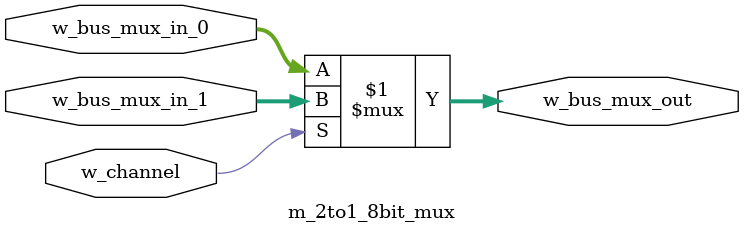
<source format=v>
module m_2to1_8bit_mux (w_bus_mux_out, w_bus_mux_in_0, w_bus_mux_in_1, w_channel);
	output [7:0] w_bus_mux_out;
	input [7:0] w_bus_mux_in_0, w_bus_mux_in_1;
	input w_channel;
	assign w_bus_mux_out = (w_channel) ? w_bus_mux_in_1 : w_bus_mux_in_0;
endmodule
</source>
